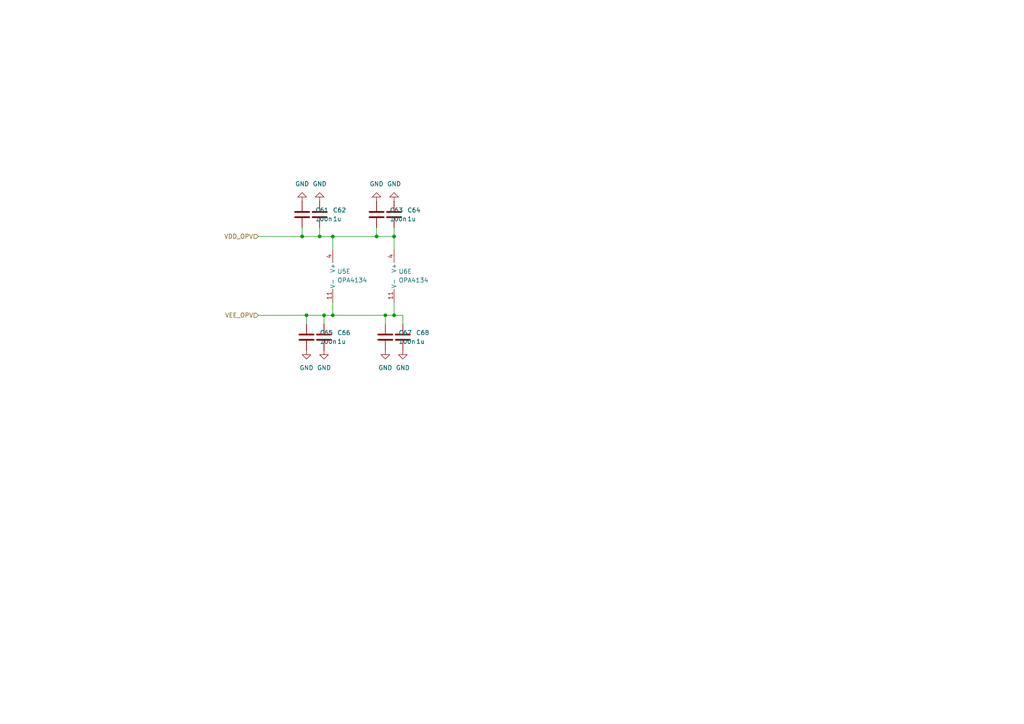
<source format=kicad_sch>
(kicad_sch
	(version 20250114)
	(generator "eeschema")
	(generator_version "9.0")
	(uuid "ea9b2b80-a489-47d1-844e-217659ac7399")
	(paper "A4")
	(lib_symbols
		(symbol "Amplifier_Operational:OPA4134"
			(pin_names
				(offset 0.127)
			)
			(exclude_from_sim no)
			(in_bom yes)
			(on_board yes)
			(property "Reference" "U"
				(at 0 5.08 0)
				(effects
					(font
						(size 1.27 1.27)
					)
					(justify left)
				)
			)
			(property "Value" "OPA4134"
				(at 0 -5.08 0)
				(effects
					(font
						(size 1.27 1.27)
					)
					(justify left)
				)
			)
			(property "Footprint" ""
				(at -1.27 2.54 0)
				(effects
					(font
						(size 1.27 1.27)
					)
					(hide yes)
				)
			)
			(property "Datasheet" "http://www.ti.com/lit/ds/symlink/opa134.pdf"
				(at 1.27 5.08 0)
				(effects
					(font
						(size 1.27 1.27)
					)
					(hide yes)
				)
			)
			(property "Description" "Quad SoundPlus High Performance Audio Operational Amplifiers, SOIC-14"
				(at 0 0 0)
				(effects
					(font
						(size 1.27 1.27)
					)
					(hide yes)
				)
			)
			(property "ki_locked" ""
				(at 0 0 0)
				(effects
					(font
						(size 1.27 1.27)
					)
				)
			)
			(property "ki_keywords" "quad opamp"
				(at 0 0 0)
				(effects
					(font
						(size 1.27 1.27)
					)
					(hide yes)
				)
			)
			(property "ki_fp_filters" "SOIC*3.9x8.7mm*P1.27mm* DIP*W7.62mm* TSSOP*4.4x5mm*P0.65mm* SSOP*5.3x6.2mm*P0.65mm* MSOP*3x3mm*P0.5mm*"
				(at 0 0 0)
				(effects
					(font
						(size 1.27 1.27)
					)
					(hide yes)
				)
			)
			(symbol "OPA4134_1_1"
				(polyline
					(pts
						(xy -5.08 5.08) (xy 5.08 0) (xy -5.08 -5.08) (xy -5.08 5.08)
					)
					(stroke
						(width 0.254)
						(type default)
					)
					(fill
						(type background)
					)
				)
				(pin input line
					(at -7.62 2.54 0)
					(length 2.54)
					(name "+"
						(effects
							(font
								(size 1.27 1.27)
							)
						)
					)
					(number "3"
						(effects
							(font
								(size 1.27 1.27)
							)
						)
					)
				)
				(pin input line
					(at -7.62 -2.54 0)
					(length 2.54)
					(name "-"
						(effects
							(font
								(size 1.27 1.27)
							)
						)
					)
					(number "2"
						(effects
							(font
								(size 1.27 1.27)
							)
						)
					)
				)
				(pin output line
					(at 7.62 0 180)
					(length 2.54)
					(name "~"
						(effects
							(font
								(size 1.27 1.27)
							)
						)
					)
					(number "1"
						(effects
							(font
								(size 1.27 1.27)
							)
						)
					)
				)
			)
			(symbol "OPA4134_2_1"
				(polyline
					(pts
						(xy -5.08 5.08) (xy 5.08 0) (xy -5.08 -5.08) (xy -5.08 5.08)
					)
					(stroke
						(width 0.254)
						(type default)
					)
					(fill
						(type background)
					)
				)
				(pin input line
					(at -7.62 2.54 0)
					(length 2.54)
					(name "+"
						(effects
							(font
								(size 1.27 1.27)
							)
						)
					)
					(number "5"
						(effects
							(font
								(size 1.27 1.27)
							)
						)
					)
				)
				(pin input line
					(at -7.62 -2.54 0)
					(length 2.54)
					(name "-"
						(effects
							(font
								(size 1.27 1.27)
							)
						)
					)
					(number "6"
						(effects
							(font
								(size 1.27 1.27)
							)
						)
					)
				)
				(pin output line
					(at 7.62 0 180)
					(length 2.54)
					(name "~"
						(effects
							(font
								(size 1.27 1.27)
							)
						)
					)
					(number "7"
						(effects
							(font
								(size 1.27 1.27)
							)
						)
					)
				)
			)
			(symbol "OPA4134_3_1"
				(polyline
					(pts
						(xy -5.08 5.08) (xy 5.08 0) (xy -5.08 -5.08) (xy -5.08 5.08)
					)
					(stroke
						(width 0.254)
						(type default)
					)
					(fill
						(type background)
					)
				)
				(pin input line
					(at -7.62 2.54 0)
					(length 2.54)
					(name "+"
						(effects
							(font
								(size 1.27 1.27)
							)
						)
					)
					(number "10"
						(effects
							(font
								(size 1.27 1.27)
							)
						)
					)
				)
				(pin input line
					(at -7.62 -2.54 0)
					(length 2.54)
					(name "-"
						(effects
							(font
								(size 1.27 1.27)
							)
						)
					)
					(number "9"
						(effects
							(font
								(size 1.27 1.27)
							)
						)
					)
				)
				(pin output line
					(at 7.62 0 180)
					(length 2.54)
					(name "~"
						(effects
							(font
								(size 1.27 1.27)
							)
						)
					)
					(number "8"
						(effects
							(font
								(size 1.27 1.27)
							)
						)
					)
				)
			)
			(symbol "OPA4134_4_1"
				(polyline
					(pts
						(xy -5.08 5.08) (xy 5.08 0) (xy -5.08 -5.08) (xy -5.08 5.08)
					)
					(stroke
						(width 0.254)
						(type default)
					)
					(fill
						(type background)
					)
				)
				(pin input line
					(at -7.62 2.54 0)
					(length 2.54)
					(name "+"
						(effects
							(font
								(size 1.27 1.27)
							)
						)
					)
					(number "12"
						(effects
							(font
								(size 1.27 1.27)
							)
						)
					)
				)
				(pin input line
					(at -7.62 -2.54 0)
					(length 2.54)
					(name "-"
						(effects
							(font
								(size 1.27 1.27)
							)
						)
					)
					(number "13"
						(effects
							(font
								(size 1.27 1.27)
							)
						)
					)
				)
				(pin output line
					(at 7.62 0 180)
					(length 2.54)
					(name "~"
						(effects
							(font
								(size 1.27 1.27)
							)
						)
					)
					(number "14"
						(effects
							(font
								(size 1.27 1.27)
							)
						)
					)
				)
			)
			(symbol "OPA4134_5_1"
				(pin power_in line
					(at -2.54 7.62 270)
					(length 3.81)
					(name "V+"
						(effects
							(font
								(size 1.27 1.27)
							)
						)
					)
					(number "4"
						(effects
							(font
								(size 1.27 1.27)
							)
						)
					)
				)
				(pin power_in line
					(at -2.54 -7.62 90)
					(length 3.81)
					(name "V-"
						(effects
							(font
								(size 1.27 1.27)
							)
						)
					)
					(number "11"
						(effects
							(font
								(size 1.27 1.27)
							)
						)
					)
				)
			)
			(embedded_fonts no)
		)
		(symbol "Device:C"
			(pin_numbers
				(hide yes)
			)
			(pin_names
				(offset 0.254)
			)
			(exclude_from_sim no)
			(in_bom yes)
			(on_board yes)
			(property "Reference" "C"
				(at 0.635 2.54 0)
				(effects
					(font
						(size 1.27 1.27)
					)
					(justify left)
				)
			)
			(property "Value" "C"
				(at 0.635 -2.54 0)
				(effects
					(font
						(size 1.27 1.27)
					)
					(justify left)
				)
			)
			(property "Footprint" ""
				(at 0.9652 -3.81 0)
				(effects
					(font
						(size 1.27 1.27)
					)
					(hide yes)
				)
			)
			(property "Datasheet" "~"
				(at 0 0 0)
				(effects
					(font
						(size 1.27 1.27)
					)
					(hide yes)
				)
			)
			(property "Description" "Unpolarized capacitor"
				(at 0 0 0)
				(effects
					(font
						(size 1.27 1.27)
					)
					(hide yes)
				)
			)
			(property "ki_keywords" "cap capacitor"
				(at 0 0 0)
				(effects
					(font
						(size 1.27 1.27)
					)
					(hide yes)
				)
			)
			(property "ki_fp_filters" "C_*"
				(at 0 0 0)
				(effects
					(font
						(size 1.27 1.27)
					)
					(hide yes)
				)
			)
			(symbol "C_0_1"
				(polyline
					(pts
						(xy -2.032 0.762) (xy 2.032 0.762)
					)
					(stroke
						(width 0.508)
						(type default)
					)
					(fill
						(type none)
					)
				)
				(polyline
					(pts
						(xy -2.032 -0.762) (xy 2.032 -0.762)
					)
					(stroke
						(width 0.508)
						(type default)
					)
					(fill
						(type none)
					)
				)
			)
			(symbol "C_1_1"
				(pin passive line
					(at 0 3.81 270)
					(length 2.794)
					(name "~"
						(effects
							(font
								(size 1.27 1.27)
							)
						)
					)
					(number "1"
						(effects
							(font
								(size 1.27 1.27)
							)
						)
					)
				)
				(pin passive line
					(at 0 -3.81 90)
					(length 2.794)
					(name "~"
						(effects
							(font
								(size 1.27 1.27)
							)
						)
					)
					(number "2"
						(effects
							(font
								(size 1.27 1.27)
							)
						)
					)
				)
			)
			(embedded_fonts no)
		)
		(symbol "power:GND"
			(power)
			(pin_numbers
				(hide yes)
			)
			(pin_names
				(offset 0)
				(hide yes)
			)
			(exclude_from_sim no)
			(in_bom yes)
			(on_board yes)
			(property "Reference" "#PWR"
				(at 0 -6.35 0)
				(effects
					(font
						(size 1.27 1.27)
					)
					(hide yes)
				)
			)
			(property "Value" "GND"
				(at 0 -3.81 0)
				(effects
					(font
						(size 1.27 1.27)
					)
				)
			)
			(property "Footprint" ""
				(at 0 0 0)
				(effects
					(font
						(size 1.27 1.27)
					)
					(hide yes)
				)
			)
			(property "Datasheet" ""
				(at 0 0 0)
				(effects
					(font
						(size 1.27 1.27)
					)
					(hide yes)
				)
			)
			(property "Description" "Power symbol creates a global label with name \"GND\" , ground"
				(at 0 0 0)
				(effects
					(font
						(size 1.27 1.27)
					)
					(hide yes)
				)
			)
			(property "ki_keywords" "global power"
				(at 0 0 0)
				(effects
					(font
						(size 1.27 1.27)
					)
					(hide yes)
				)
			)
			(symbol "GND_0_1"
				(polyline
					(pts
						(xy 0 0) (xy 0 -1.27) (xy 1.27 -1.27) (xy 0 -2.54) (xy -1.27 -1.27) (xy 0 -1.27)
					)
					(stroke
						(width 0)
						(type default)
					)
					(fill
						(type none)
					)
				)
			)
			(symbol "GND_1_1"
				(pin power_in line
					(at 0 0 270)
					(length 0)
					(name "~"
						(effects
							(font
								(size 1.27 1.27)
							)
						)
					)
					(number "1"
						(effects
							(font
								(size 1.27 1.27)
							)
						)
					)
				)
			)
			(embedded_fonts no)
		)
	)
	(junction
		(at 92.71 68.58)
		(diameter 0)
		(color 0 0 0 0)
		(uuid "2576151a-ba19-400c-83d5-0dfd95289bf5")
	)
	(junction
		(at 87.63 68.58)
		(diameter 0)
		(color 0 0 0 0)
		(uuid "35212dbc-dd6a-4b34-accd-d40317e4a196")
	)
	(junction
		(at 111.76 91.44)
		(diameter 0)
		(color 0 0 0 0)
		(uuid "3d4c8566-dfff-4540-87b0-a981606f3ee9")
	)
	(junction
		(at 114.3 91.44)
		(diameter 0)
		(color 0 0 0 0)
		(uuid "6a48aab8-35eb-4c4f-8d5c-65a2c914aa88")
	)
	(junction
		(at 96.52 91.44)
		(diameter 0)
		(color 0 0 0 0)
		(uuid "7afc3607-5f96-432d-a610-90e1f16f1cd5")
	)
	(junction
		(at 109.22 68.58)
		(diameter 0)
		(color 0 0 0 0)
		(uuid "7d32aeb7-a98a-4be0-9d08-08b295f23677")
	)
	(junction
		(at 88.9 91.44)
		(diameter 0)
		(color 0 0 0 0)
		(uuid "7f13dc6e-7f45-4218-9719-017000305433")
	)
	(junction
		(at 96.52 68.58)
		(diameter 0)
		(color 0 0 0 0)
		(uuid "8382666d-eb75-44a3-823a-04443ac2c17e")
	)
	(junction
		(at 93.98 91.44)
		(diameter 0)
		(color 0 0 0 0)
		(uuid "bccf21fa-bc6c-4183-9b1c-095f072e4f2e")
	)
	(junction
		(at 114.3 68.58)
		(diameter 0)
		(color 0 0 0 0)
		(uuid "c55a03fa-b515-44e2-8d5b-4fbce56bee0e")
	)
	(wire
		(pts
			(xy 111.76 91.44) (xy 111.76 93.98)
		)
		(stroke
			(width 0)
			(type default)
		)
		(uuid "1bb10a1c-75aa-40c3-b47f-fd21cb0720bb")
	)
	(wire
		(pts
			(xy 96.52 91.44) (xy 111.76 91.44)
		)
		(stroke
			(width 0)
			(type default)
		)
		(uuid "260a434c-17a5-4039-89e6-5f3da80d84de")
	)
	(wire
		(pts
			(xy 111.76 91.44) (xy 114.3 91.44)
		)
		(stroke
			(width 0)
			(type default)
		)
		(uuid "28c332dc-726a-4950-b188-96df71501076")
	)
	(wire
		(pts
			(xy 114.3 72.39) (xy 114.3 68.58)
		)
		(stroke
			(width 0)
			(type default)
		)
		(uuid "29aee698-1eb2-43a2-963e-c4072d1b0e02")
	)
	(wire
		(pts
			(xy 96.52 87.63) (xy 96.52 91.44)
		)
		(stroke
			(width 0)
			(type default)
		)
		(uuid "54083a4f-f5fc-4648-aeb9-427b7654c3b2")
	)
	(wire
		(pts
			(xy 93.98 91.44) (xy 93.98 93.98)
		)
		(stroke
			(width 0)
			(type default)
		)
		(uuid "606e46e1-e86b-4678-a337-f6b82f1f85b6")
	)
	(wire
		(pts
			(xy 96.52 68.58) (xy 109.22 68.58)
		)
		(stroke
			(width 0)
			(type default)
		)
		(uuid "6e27e091-d7ab-47ea-9bd2-7441e5941d67")
	)
	(wire
		(pts
			(xy 116.84 93.98) (xy 116.84 91.44)
		)
		(stroke
			(width 0)
			(type default)
		)
		(uuid "776b7d52-1a69-4e58-be11-98c18da3eb69")
	)
	(wire
		(pts
			(xy 87.63 68.58) (xy 92.71 68.58)
		)
		(stroke
			(width 0)
			(type default)
		)
		(uuid "820cc5aa-8e66-45ad-80b0-a0180de9fb6d")
	)
	(wire
		(pts
			(xy 92.71 68.58) (xy 96.52 68.58)
		)
		(stroke
			(width 0)
			(type default)
		)
		(uuid "86fe3135-cee6-466a-88d3-cf72c2334e8d")
	)
	(wire
		(pts
			(xy 92.71 66.04) (xy 92.71 68.58)
		)
		(stroke
			(width 0)
			(type default)
		)
		(uuid "8e4d8180-2f58-4aca-8dc3-7dcf948debc2")
	)
	(wire
		(pts
			(xy 96.52 68.58) (xy 96.52 72.39)
		)
		(stroke
			(width 0)
			(type default)
		)
		(uuid "b76471d8-5db1-415f-b80a-74fefdfbc432")
	)
	(wire
		(pts
			(xy 114.3 87.63) (xy 114.3 91.44)
		)
		(stroke
			(width 0)
			(type default)
		)
		(uuid "bfcb1e71-5c13-4c82-89b3-7d2997c96c4d")
	)
	(wire
		(pts
			(xy 109.22 68.58) (xy 114.3 68.58)
		)
		(stroke
			(width 0)
			(type default)
		)
		(uuid "c5f777d1-2b01-4373-8bf3-f5e1c539ad2e")
	)
	(wire
		(pts
			(xy 88.9 91.44) (xy 93.98 91.44)
		)
		(stroke
			(width 0)
			(type default)
		)
		(uuid "d47d6a17-ef32-4129-8234-be6ac9a5a6a8")
	)
	(wire
		(pts
			(xy 114.3 66.04) (xy 114.3 68.58)
		)
		(stroke
			(width 0)
			(type default)
		)
		(uuid "e02abde8-4ca9-499b-92f0-65ba4484812a")
	)
	(wire
		(pts
			(xy 93.98 91.44) (xy 96.52 91.44)
		)
		(stroke
			(width 0)
			(type default)
		)
		(uuid "e4ed45d5-79bb-49ad-b79d-6fcc77d9617d")
	)
	(wire
		(pts
			(xy 74.93 91.44) (xy 88.9 91.44)
		)
		(stroke
			(width 0)
			(type default)
		)
		(uuid "e546e18f-523d-4f7b-8145-6de49456979d")
	)
	(wire
		(pts
			(xy 74.93 68.58) (xy 87.63 68.58)
		)
		(stroke
			(width 0)
			(type default)
		)
		(uuid "e5c794cb-0020-4f03-a4da-1263dd683812")
	)
	(wire
		(pts
			(xy 114.3 91.44) (xy 116.84 91.44)
		)
		(stroke
			(width 0)
			(type default)
		)
		(uuid "ee36d272-c063-41fc-8298-dbb7be3efb7b")
	)
	(wire
		(pts
			(xy 88.9 91.44) (xy 88.9 93.98)
		)
		(stroke
			(width 0)
			(type default)
		)
		(uuid "f79cf437-9382-4d40-91fb-4eb62be6c817")
	)
	(wire
		(pts
			(xy 109.22 66.04) (xy 109.22 68.58)
		)
		(stroke
			(width 0)
			(type default)
		)
		(uuid "fa8abb37-9c89-428e-8d62-6431bf40f52f")
	)
	(wire
		(pts
			(xy 87.63 66.04) (xy 87.63 68.58)
		)
		(stroke
			(width 0)
			(type default)
		)
		(uuid "fd32dc2d-829c-4dcd-bc5f-f605256766d8")
	)
	(hierarchical_label "VEE_OPV"
		(shape input)
		(at 74.93 91.44 180)
		(effects
			(font
				(size 1.27 1.27)
			)
			(justify right)
		)
		(uuid "7c42e9d8-5858-490a-9d3f-1ff9aab95d04")
	)
	(hierarchical_label "VDD_OPV"
		(shape input)
		(at 74.93 68.58 180)
		(effects
			(font
				(size 1.27 1.27)
			)
			(justify right)
		)
		(uuid "b8c96af9-d805-4d09-a7b1-54fd927b94ca")
	)
	(symbol
		(lib_id "power:GND")
		(at 114.3 58.42 180)
		(unit 1)
		(exclude_from_sim no)
		(in_bom yes)
		(on_board yes)
		(dnp no)
		(fields_autoplaced yes)
		(uuid "03f615cd-b898-4081-8580-c774d32117ff")
		(property "Reference" "#PWR082"
			(at 114.3 52.07 0)
			(effects
				(font
					(size 1.27 1.27)
				)
				(hide yes)
			)
		)
		(property "Value" "GND"
			(at 114.3 53.34 0)
			(effects
				(font
					(size 1.27 1.27)
				)
			)
		)
		(property "Footprint" ""
			(at 114.3 58.42 0)
			(effects
				(font
					(size 1.27 1.27)
				)
				(hide yes)
			)
		)
		(property "Datasheet" ""
			(at 114.3 58.42 0)
			(effects
				(font
					(size 1.27 1.27)
				)
				(hide yes)
			)
		)
		(property "Description" "Power symbol creates a global label with name \"GND\" , ground"
			(at 114.3 58.42 0)
			(effects
				(font
					(size 1.27 1.27)
				)
				(hide yes)
			)
		)
		(pin "1"
			(uuid "cbc2a0f7-9dc8-4ae3-a32f-7c5d72ac9225")
		)
		(instances
			(project ""
				(path "/b77251ff-4eed-421f-8c84-983bb16b8e4c/25f609a9-bb2a-4da4-a54d-973605e269fb"
					(reference "#PWR082")
					(unit 1)
				)
			)
		)
	)
	(symbol
		(lib_id "Device:C")
		(at 92.71 62.23 0)
		(unit 1)
		(exclude_from_sim no)
		(in_bom yes)
		(on_board yes)
		(dnp no)
		(fields_autoplaced yes)
		(uuid "05876f3c-1bd1-4892-96a7-2aa0f68a3d1d")
		(property "Reference" "C62"
			(at 96.52 60.9599 0)
			(effects
				(font
					(size 1.27 1.27)
				)
				(justify left)
			)
		)
		(property "Value" "1u"
			(at 96.52 63.4999 0)
			(effects
				(font
					(size 1.27 1.27)
				)
				(justify left)
			)
		)
		(property "Footprint" "Capacitor_SMD:C_0603_1608Metric_Pad1.08x0.95mm_HandSolder"
			(at 93.6752 66.04 0)
			(effects
				(font
					(size 1.27 1.27)
				)
				(hide yes)
			)
		)
		(property "Datasheet" "~"
			(at 92.71 62.23 0)
			(effects
				(font
					(size 1.27 1.27)
				)
				(hide yes)
			)
		)
		(property "Description" "Unpolarized capacitor"
			(at 92.71 62.23 0)
			(effects
				(font
					(size 1.27 1.27)
				)
				(hide yes)
			)
		)
		(pin "2"
			(uuid "ccfca976-f221-4fdc-bcbb-21eb998ca5e7")
		)
		(pin "1"
			(uuid "27c4830e-2d3c-4b76-b2b4-65aae2e2019c")
		)
		(instances
			(project ""
				(path "/b77251ff-4eed-421f-8c84-983bb16b8e4c/25f609a9-bb2a-4da4-a54d-973605e269fb"
					(reference "C62")
					(unit 1)
				)
			)
		)
	)
	(symbol
		(lib_id "power:GND")
		(at 116.84 101.6 0)
		(unit 1)
		(exclude_from_sim no)
		(in_bom yes)
		(on_board yes)
		(dnp no)
		(fields_autoplaced yes)
		(uuid "1973e500-bb91-491b-b484-00acec2ef1d0")
		(property "Reference" "#PWR086"
			(at 116.84 107.95 0)
			(effects
				(font
					(size 1.27 1.27)
				)
				(hide yes)
			)
		)
		(property "Value" "GND"
			(at 116.84 106.68 0)
			(effects
				(font
					(size 1.27 1.27)
				)
			)
		)
		(property "Footprint" ""
			(at 116.84 101.6 0)
			(effects
				(font
					(size 1.27 1.27)
				)
				(hide yes)
			)
		)
		(property "Datasheet" ""
			(at 116.84 101.6 0)
			(effects
				(font
					(size 1.27 1.27)
				)
				(hide yes)
			)
		)
		(property "Description" "Power symbol creates a global label with name \"GND\" , ground"
			(at 116.84 101.6 0)
			(effects
				(font
					(size 1.27 1.27)
				)
				(hide yes)
			)
		)
		(pin "1"
			(uuid "cbc2a0f7-9dc8-4ae3-a32f-7c5d72ac9226")
		)
		(instances
			(project ""
				(path "/b77251ff-4eed-421f-8c84-983bb16b8e4c/25f609a9-bb2a-4da4-a54d-973605e269fb"
					(reference "#PWR086")
					(unit 1)
				)
			)
		)
	)
	(symbol
		(lib_id "power:GND")
		(at 88.9 101.6 0)
		(unit 1)
		(exclude_from_sim no)
		(in_bom yes)
		(on_board yes)
		(dnp no)
		(fields_autoplaced yes)
		(uuid "2101dfcd-3bb7-47e2-9543-589370d23e3f")
		(property "Reference" "#PWR083"
			(at 88.9 107.95 0)
			(effects
				(font
					(size 1.27 1.27)
				)
				(hide yes)
			)
		)
		(property "Value" "GND"
			(at 88.9 106.68 0)
			(effects
				(font
					(size 1.27 1.27)
				)
			)
		)
		(property "Footprint" ""
			(at 88.9 101.6 0)
			(effects
				(font
					(size 1.27 1.27)
				)
				(hide yes)
			)
		)
		(property "Datasheet" ""
			(at 88.9 101.6 0)
			(effects
				(font
					(size 1.27 1.27)
				)
				(hide yes)
			)
		)
		(property "Description" "Power symbol creates a global label with name \"GND\" , ground"
			(at 88.9 101.6 0)
			(effects
				(font
					(size 1.27 1.27)
				)
				(hide yes)
			)
		)
		(pin "1"
			(uuid "cbc2a0f7-9dc8-4ae3-a32f-7c5d72ac9227")
		)
		(instances
			(project ""
				(path "/b77251ff-4eed-421f-8c84-983bb16b8e4c/25f609a9-bb2a-4da4-a54d-973605e269fb"
					(reference "#PWR083")
					(unit 1)
				)
			)
		)
	)
	(symbol
		(lib_id "power:GND")
		(at 92.71 58.42 180)
		(unit 1)
		(exclude_from_sim no)
		(in_bom yes)
		(on_board yes)
		(dnp no)
		(fields_autoplaced yes)
		(uuid "418fc5aa-73e3-4551-a57d-f9980880d71b")
		(property "Reference" "#PWR080"
			(at 92.71 52.07 0)
			(effects
				(font
					(size 1.27 1.27)
				)
				(hide yes)
			)
		)
		(property "Value" "GND"
			(at 92.71 53.34 0)
			(effects
				(font
					(size 1.27 1.27)
				)
			)
		)
		(property "Footprint" ""
			(at 92.71 58.42 0)
			(effects
				(font
					(size 1.27 1.27)
				)
				(hide yes)
			)
		)
		(property "Datasheet" ""
			(at 92.71 58.42 0)
			(effects
				(font
					(size 1.27 1.27)
				)
				(hide yes)
			)
		)
		(property "Description" "Power symbol creates a global label with name \"GND\" , ground"
			(at 92.71 58.42 0)
			(effects
				(font
					(size 1.27 1.27)
				)
				(hide yes)
			)
		)
		(pin "1"
			(uuid "cbc2a0f7-9dc8-4ae3-a32f-7c5d72ac9228")
		)
		(instances
			(project ""
				(path "/b77251ff-4eed-421f-8c84-983bb16b8e4c/25f609a9-bb2a-4da4-a54d-973605e269fb"
					(reference "#PWR080")
					(unit 1)
				)
			)
		)
	)
	(symbol
		(lib_id "power:GND")
		(at 93.98 101.6 0)
		(unit 1)
		(exclude_from_sim no)
		(in_bom yes)
		(on_board yes)
		(dnp no)
		(fields_autoplaced yes)
		(uuid "4774e8c8-6ae3-47de-8b92-a0ade2097907")
		(property "Reference" "#PWR084"
			(at 93.98 107.95 0)
			(effects
				(font
					(size 1.27 1.27)
				)
				(hide yes)
			)
		)
		(property "Value" "GND"
			(at 93.98 106.68 0)
			(effects
				(font
					(size 1.27 1.27)
				)
			)
		)
		(property "Footprint" ""
			(at 93.98 101.6 0)
			(effects
				(font
					(size 1.27 1.27)
				)
				(hide yes)
			)
		)
		(property "Datasheet" ""
			(at 93.98 101.6 0)
			(effects
				(font
					(size 1.27 1.27)
				)
				(hide yes)
			)
		)
		(property "Description" "Power symbol creates a global label with name \"GND\" , ground"
			(at 93.98 101.6 0)
			(effects
				(font
					(size 1.27 1.27)
				)
				(hide yes)
			)
		)
		(pin "1"
			(uuid "cbc2a0f7-9dc8-4ae3-a32f-7c5d72ac9229")
		)
		(instances
			(project ""
				(path "/b77251ff-4eed-421f-8c84-983bb16b8e4c/25f609a9-bb2a-4da4-a54d-973605e269fb"
					(reference "#PWR084")
					(unit 1)
				)
			)
		)
	)
	(symbol
		(lib_id "Device:C")
		(at 87.63 62.23 0)
		(unit 1)
		(exclude_from_sim no)
		(in_bom yes)
		(on_board yes)
		(dnp no)
		(fields_autoplaced yes)
		(uuid "4d4776f1-c46c-4393-86d9-14c35daa51be")
		(property "Reference" "C61"
			(at 91.44 60.9599 0)
			(effects
				(font
					(size 1.27 1.27)
				)
				(justify left)
			)
		)
		(property "Value" "100n"
			(at 91.44 63.4999 0)
			(effects
				(font
					(size 1.27 1.27)
				)
				(justify left)
			)
		)
		(property "Footprint" "Capacitor_SMD:C_0402_1005Metric_Pad0.74x0.62mm_HandSolder"
			(at 88.5952 66.04 0)
			(effects
				(font
					(size 1.27 1.27)
				)
				(hide yes)
			)
		)
		(property "Datasheet" "~"
			(at 87.63 62.23 0)
			(effects
				(font
					(size 1.27 1.27)
				)
				(hide yes)
			)
		)
		(property "Description" "Unpolarized capacitor"
			(at 87.63 62.23 0)
			(effects
				(font
					(size 1.27 1.27)
				)
				(hide yes)
			)
		)
		(pin "2"
			(uuid "ccfca976-f221-4fdc-bcbb-21eb998ca5e8")
		)
		(pin "1"
			(uuid "27c4830e-2d3c-4b76-b2b4-65aae2e2019d")
		)
		(instances
			(project ""
				(path "/b77251ff-4eed-421f-8c84-983bb16b8e4c/25f609a9-bb2a-4da4-a54d-973605e269fb"
					(reference "C61")
					(unit 1)
				)
			)
		)
	)
	(symbol
		(lib_id "power:GND")
		(at 109.22 58.42 180)
		(unit 1)
		(exclude_from_sim no)
		(in_bom yes)
		(on_board yes)
		(dnp no)
		(fields_autoplaced yes)
		(uuid "4fc7dec3-9c4c-4352-9c67-2580ee395ad0")
		(property "Reference" "#PWR081"
			(at 109.22 52.07 0)
			(effects
				(font
					(size 1.27 1.27)
				)
				(hide yes)
			)
		)
		(property "Value" "GND"
			(at 109.22 53.34 0)
			(effects
				(font
					(size 1.27 1.27)
				)
			)
		)
		(property "Footprint" ""
			(at 109.22 58.42 0)
			(effects
				(font
					(size 1.27 1.27)
				)
				(hide yes)
			)
		)
		(property "Datasheet" ""
			(at 109.22 58.42 0)
			(effects
				(font
					(size 1.27 1.27)
				)
				(hide yes)
			)
		)
		(property "Description" "Power symbol creates a global label with name \"GND\" , ground"
			(at 109.22 58.42 0)
			(effects
				(font
					(size 1.27 1.27)
				)
				(hide yes)
			)
		)
		(pin "1"
			(uuid "cbc2a0f7-9dc8-4ae3-a32f-7c5d72ac922a")
		)
		(instances
			(project ""
				(path "/b77251ff-4eed-421f-8c84-983bb16b8e4c/25f609a9-bb2a-4da4-a54d-973605e269fb"
					(reference "#PWR081")
					(unit 1)
				)
			)
		)
	)
	(symbol
		(lib_id "Device:C")
		(at 109.22 62.23 0)
		(unit 1)
		(exclude_from_sim no)
		(in_bom yes)
		(on_board yes)
		(dnp no)
		(fields_autoplaced yes)
		(uuid "6e1ae0f0-2445-4043-8c54-c6e582fb4196")
		(property "Reference" "C63"
			(at 113.03 60.9599 0)
			(effects
				(font
					(size 1.27 1.27)
				)
				(justify left)
			)
		)
		(property "Value" "100n"
			(at 113.03 63.4999 0)
			(effects
				(font
					(size 1.27 1.27)
				)
				(justify left)
			)
		)
		(property "Footprint" "Capacitor_SMD:C_0402_1005Metric_Pad0.74x0.62mm_HandSolder"
			(at 110.1852 66.04 0)
			(effects
				(font
					(size 1.27 1.27)
				)
				(hide yes)
			)
		)
		(property "Datasheet" "~"
			(at 109.22 62.23 0)
			(effects
				(font
					(size 1.27 1.27)
				)
				(hide yes)
			)
		)
		(property "Description" "Unpolarized capacitor"
			(at 109.22 62.23 0)
			(effects
				(font
					(size 1.27 1.27)
				)
				(hide yes)
			)
		)
		(pin "2"
			(uuid "ccfca976-f221-4fdc-bcbb-21eb998ca5e9")
		)
		(pin "1"
			(uuid "27c4830e-2d3c-4b76-b2b4-65aae2e2019e")
		)
		(instances
			(project ""
				(path "/b77251ff-4eed-421f-8c84-983bb16b8e4c/25f609a9-bb2a-4da4-a54d-973605e269fb"
					(reference "C63")
					(unit 1)
				)
			)
		)
	)
	(symbol
		(lib_id "Device:C")
		(at 88.9 97.79 0)
		(unit 1)
		(exclude_from_sim no)
		(in_bom yes)
		(on_board yes)
		(dnp no)
		(fields_autoplaced yes)
		(uuid "6e2a07db-79b2-419b-a386-fd7334c782a0")
		(property "Reference" "C65"
			(at 92.71 96.5199 0)
			(effects
				(font
					(size 1.27 1.27)
				)
				(justify left)
			)
		)
		(property "Value" "100n"
			(at 92.71 99.0599 0)
			(effects
				(font
					(size 1.27 1.27)
				)
				(justify left)
			)
		)
		(property "Footprint" "Capacitor_SMD:C_0402_1005Metric_Pad0.74x0.62mm_HandSolder"
			(at 89.8652 101.6 0)
			(effects
				(font
					(size 1.27 1.27)
				)
				(hide yes)
			)
		)
		(property "Datasheet" "~"
			(at 88.9 97.79 0)
			(effects
				(font
					(size 1.27 1.27)
				)
				(hide yes)
			)
		)
		(property "Description" "Unpolarized capacitor"
			(at 88.9 97.79 0)
			(effects
				(font
					(size 1.27 1.27)
				)
				(hide yes)
			)
		)
		(pin "2"
			(uuid "ccfca976-f221-4fdc-bcbb-21eb998ca5ea")
		)
		(pin "1"
			(uuid "27c4830e-2d3c-4b76-b2b4-65aae2e2019f")
		)
		(instances
			(project ""
				(path "/b77251ff-4eed-421f-8c84-983bb16b8e4c/25f609a9-bb2a-4da4-a54d-973605e269fb"
					(reference "C65")
					(unit 1)
				)
			)
		)
	)
	(symbol
		(lib_id "Device:C")
		(at 116.84 97.79 0)
		(unit 1)
		(exclude_from_sim no)
		(in_bom yes)
		(on_board yes)
		(dnp no)
		(fields_autoplaced yes)
		(uuid "ac001a32-cd52-4984-b3d7-4067b22f197a")
		(property "Reference" "C68"
			(at 120.65 96.5199 0)
			(effects
				(font
					(size 1.27 1.27)
				)
				(justify left)
			)
		)
		(property "Value" "1u"
			(at 120.65 99.0599 0)
			(effects
				(font
					(size 1.27 1.27)
				)
				(justify left)
			)
		)
		(property "Footprint" "Capacitor_SMD:C_0603_1608Metric_Pad1.08x0.95mm_HandSolder"
			(at 117.8052 101.6 0)
			(effects
				(font
					(size 1.27 1.27)
				)
				(hide yes)
			)
		)
		(property "Datasheet" "~"
			(at 116.84 97.79 0)
			(effects
				(font
					(size 1.27 1.27)
				)
				(hide yes)
			)
		)
		(property "Description" "Unpolarized capacitor"
			(at 116.84 97.79 0)
			(effects
				(font
					(size 1.27 1.27)
				)
				(hide yes)
			)
		)
		(pin "2"
			(uuid "ccfca976-f221-4fdc-bcbb-21eb998ca5eb")
		)
		(pin "1"
			(uuid "27c4830e-2d3c-4b76-b2b4-65aae2e201a0")
		)
		(instances
			(project ""
				(path "/b77251ff-4eed-421f-8c84-983bb16b8e4c/25f609a9-bb2a-4da4-a54d-973605e269fb"
					(reference "C68")
					(unit 1)
				)
			)
		)
	)
	(symbol
		(lib_id "Device:C")
		(at 93.98 97.79 0)
		(unit 1)
		(exclude_from_sim no)
		(in_bom yes)
		(on_board yes)
		(dnp no)
		(fields_autoplaced yes)
		(uuid "b52a308f-b71d-4d31-9814-943bbe726cdd")
		(property "Reference" "C66"
			(at 97.79 96.5199 0)
			(effects
				(font
					(size 1.27 1.27)
				)
				(justify left)
			)
		)
		(property "Value" "1u"
			(at 97.79 99.0599 0)
			(effects
				(font
					(size 1.27 1.27)
				)
				(justify left)
			)
		)
		(property "Footprint" "Capacitor_SMD:C_0603_1608Metric_Pad1.08x0.95mm_HandSolder"
			(at 94.9452 101.6 0)
			(effects
				(font
					(size 1.27 1.27)
				)
				(hide yes)
			)
		)
		(property "Datasheet" "~"
			(at 93.98 97.79 0)
			(effects
				(font
					(size 1.27 1.27)
				)
				(hide yes)
			)
		)
		(property "Description" "Unpolarized capacitor"
			(at 93.98 97.79 0)
			(effects
				(font
					(size 1.27 1.27)
				)
				(hide yes)
			)
		)
		(pin "2"
			(uuid "ccfca976-f221-4fdc-bcbb-21eb998ca5ec")
		)
		(pin "1"
			(uuid "27c4830e-2d3c-4b76-b2b4-65aae2e201a1")
		)
		(instances
			(project ""
				(path "/b77251ff-4eed-421f-8c84-983bb16b8e4c/25f609a9-bb2a-4da4-a54d-973605e269fb"
					(reference "C66")
					(unit 1)
				)
			)
		)
	)
	(symbol
		(lib_id "Amplifier_Operational:OPA4134")
		(at 99.06 80.01 0)
		(unit 5)
		(exclude_from_sim no)
		(in_bom yes)
		(on_board yes)
		(dnp no)
		(fields_autoplaced yes)
		(uuid "c49822d5-19f2-4fad-960d-b468dd8e7a11")
		(property "Reference" "U5"
			(at 97.79 78.7399 0)
			(effects
				(font
					(size 1.27 1.27)
				)
				(justify left)
			)
		)
		(property "Value" "OPA4134"
			(at 97.79 81.2799 0)
			(effects
				(font
					(size 1.27 1.27)
				)
				(justify left)
			)
		)
		(property "Footprint" "Package_SO:SOIC-14_3.9x8.7mm_P1.27mm"
			(at 97.79 77.47 0)
			(effects
				(font
					(size 1.27 1.27)
				)
				(hide yes)
			)
		)
		(property "Datasheet" "http://www.ti.com/lit/ds/symlink/opa134.pdf"
			(at 100.33 74.93 0)
			(effects
				(font
					(size 1.27 1.27)
				)
				(hide yes)
			)
		)
		(property "Description" "Quad SoundPlus High Performance Audio Operational Amplifiers, SOIC-14"
			(at 99.06 80.01 0)
			(effects
				(font
					(size 1.27 1.27)
				)
				(hide yes)
			)
		)
		(pin "5"
			(uuid "f6424ff6-e7ef-4a54-836d-8697c25334c9")
		)
		(pin "14"
			(uuid "1616d2ae-c3f3-4108-8d3c-77473b87d97e")
		)
		(pin "4"
			(uuid "c20be2d0-f64a-4751-8f44-062fb5f140dd")
		)
		(pin "10"
			(uuid "f5102967-f799-44a4-adea-ffbd183e8af5")
		)
		(pin "3"
			(uuid "a24c58c2-80fb-4539-b378-fd05cdf09ce8")
		)
		(pin "11"
			(uuid "639f2656-1b5b-4709-8820-67bd6ad2512b")
		)
		(pin "6"
			(uuid "86ceef8a-7be2-493e-9237-c1fc45fc7a1b")
		)
		(pin "8"
			(uuid "a9e87217-66bb-4e1f-8f80-118b9b72b06b")
		)
		(pin "2"
			(uuid "0e7e3e96-ddaf-475d-9e55-7f287bcd9c42")
		)
		(pin "9"
			(uuid "27e3183c-9e3a-4d4b-bd34-b41201739e98")
		)
		(pin "7"
			(uuid "4d4b7599-17f9-44b0-b8fc-e686332e223d")
		)
		(pin "13"
			(uuid "cbe053b8-a02f-4f76-88fc-eba10de0b7e5")
		)
		(pin "1"
			(uuid "03db8a0f-4501-47d7-b29b-e8a871d7aeeb")
		)
		(pin "12"
			(uuid "4cd6156b-4fdf-4cd8-9543-6cb8c06a1453")
		)
		(instances
			(project ""
				(path "/b77251ff-4eed-421f-8c84-983bb16b8e4c/25f609a9-bb2a-4da4-a54d-973605e269fb"
					(reference "U5")
					(unit 5)
				)
			)
		)
	)
	(symbol
		(lib_id "Device:C")
		(at 114.3 62.23 0)
		(unit 1)
		(exclude_from_sim no)
		(in_bom yes)
		(on_board yes)
		(dnp no)
		(fields_autoplaced yes)
		(uuid "c7e3b6a3-8e35-44b0-8601-d508aa87096b")
		(property "Reference" "C64"
			(at 118.11 60.9599 0)
			(effects
				(font
					(size 1.27 1.27)
				)
				(justify left)
			)
		)
		(property "Value" "1u"
			(at 118.11 63.4999 0)
			(effects
				(font
					(size 1.27 1.27)
				)
				(justify left)
			)
		)
		(property "Footprint" "Capacitor_SMD:C_0603_1608Metric_Pad1.08x0.95mm_HandSolder"
			(at 115.2652 66.04 0)
			(effects
				(font
					(size 1.27 1.27)
				)
				(hide yes)
			)
		)
		(property "Datasheet" "~"
			(at 114.3 62.23 0)
			(effects
				(font
					(size 1.27 1.27)
				)
				(hide yes)
			)
		)
		(property "Description" "Unpolarized capacitor"
			(at 114.3 62.23 0)
			(effects
				(font
					(size 1.27 1.27)
				)
				(hide yes)
			)
		)
		(pin "2"
			(uuid "ccfca976-f221-4fdc-bcbb-21eb998ca5ed")
		)
		(pin "1"
			(uuid "27c4830e-2d3c-4b76-b2b4-65aae2e201a2")
		)
		(instances
			(project ""
				(path "/b77251ff-4eed-421f-8c84-983bb16b8e4c/25f609a9-bb2a-4da4-a54d-973605e269fb"
					(reference "C64")
					(unit 1)
				)
			)
		)
	)
	(symbol
		(lib_id "Device:C")
		(at 111.76 97.79 0)
		(unit 1)
		(exclude_from_sim no)
		(in_bom yes)
		(on_board yes)
		(dnp no)
		(fields_autoplaced yes)
		(uuid "cfc589d4-f954-46f9-bea6-01eec9fac199")
		(property "Reference" "C67"
			(at 115.57 96.5199 0)
			(effects
				(font
					(size 1.27 1.27)
				)
				(justify left)
			)
		)
		(property "Value" "100n"
			(at 115.57 99.0599 0)
			(effects
				(font
					(size 1.27 1.27)
				)
				(justify left)
			)
		)
		(property "Footprint" "Capacitor_SMD:C_0402_1005Metric_Pad0.74x0.62mm_HandSolder"
			(at 112.7252 101.6 0)
			(effects
				(font
					(size 1.27 1.27)
				)
				(hide yes)
			)
		)
		(property "Datasheet" "~"
			(at 111.76 97.79 0)
			(effects
				(font
					(size 1.27 1.27)
				)
				(hide yes)
			)
		)
		(property "Description" "Unpolarized capacitor"
			(at 111.76 97.79 0)
			(effects
				(font
					(size 1.27 1.27)
				)
				(hide yes)
			)
		)
		(pin "2"
			(uuid "ccfca976-f221-4fdc-bcbb-21eb998ca5ee")
		)
		(pin "1"
			(uuid "27c4830e-2d3c-4b76-b2b4-65aae2e201a3")
		)
		(instances
			(project ""
				(path "/b77251ff-4eed-421f-8c84-983bb16b8e4c/25f609a9-bb2a-4da4-a54d-973605e269fb"
					(reference "C67")
					(unit 1)
				)
			)
		)
	)
	(symbol
		(lib_id "power:GND")
		(at 111.76 101.6 0)
		(unit 1)
		(exclude_from_sim no)
		(in_bom yes)
		(on_board yes)
		(dnp no)
		(fields_autoplaced yes)
		(uuid "cfe7aa07-dbeb-4f1c-89a9-d7102690aa91")
		(property "Reference" "#PWR085"
			(at 111.76 107.95 0)
			(effects
				(font
					(size 1.27 1.27)
				)
				(hide yes)
			)
		)
		(property "Value" "GND"
			(at 111.76 106.68 0)
			(effects
				(font
					(size 1.27 1.27)
				)
			)
		)
		(property "Footprint" ""
			(at 111.76 101.6 0)
			(effects
				(font
					(size 1.27 1.27)
				)
				(hide yes)
			)
		)
		(property "Datasheet" ""
			(at 111.76 101.6 0)
			(effects
				(font
					(size 1.27 1.27)
				)
				(hide yes)
			)
		)
		(property "Description" "Power symbol creates a global label with name \"GND\" , ground"
			(at 111.76 101.6 0)
			(effects
				(font
					(size 1.27 1.27)
				)
				(hide yes)
			)
		)
		(pin "1"
			(uuid "cbc2a0f7-9dc8-4ae3-a32f-7c5d72ac922b")
		)
		(instances
			(project ""
				(path "/b77251ff-4eed-421f-8c84-983bb16b8e4c/25f609a9-bb2a-4da4-a54d-973605e269fb"
					(reference "#PWR085")
					(unit 1)
				)
			)
		)
	)
	(symbol
		(lib_id "power:GND")
		(at 87.63 58.42 180)
		(unit 1)
		(exclude_from_sim no)
		(in_bom yes)
		(on_board yes)
		(dnp no)
		(fields_autoplaced yes)
		(uuid "d376a34c-20a9-4bc2-bfdc-e93dbb114573")
		(property "Reference" "#PWR079"
			(at 87.63 52.07 0)
			(effects
				(font
					(size 1.27 1.27)
				)
				(hide yes)
			)
		)
		(property "Value" "GND"
			(at 87.63 53.34 0)
			(effects
				(font
					(size 1.27 1.27)
				)
			)
		)
		(property "Footprint" ""
			(at 87.63 58.42 0)
			(effects
				(font
					(size 1.27 1.27)
				)
				(hide yes)
			)
		)
		(property "Datasheet" ""
			(at 87.63 58.42 0)
			(effects
				(font
					(size 1.27 1.27)
				)
				(hide yes)
			)
		)
		(property "Description" "Power symbol creates a global label with name \"GND\" , ground"
			(at 87.63 58.42 0)
			(effects
				(font
					(size 1.27 1.27)
				)
				(hide yes)
			)
		)
		(pin "1"
			(uuid "cbc2a0f7-9dc8-4ae3-a32f-7c5d72ac922c")
		)
		(instances
			(project ""
				(path "/b77251ff-4eed-421f-8c84-983bb16b8e4c/25f609a9-bb2a-4da4-a54d-973605e269fb"
					(reference "#PWR079")
					(unit 1)
				)
			)
		)
	)
	(symbol
		(lib_id "Amplifier_Operational:OPA4134")
		(at 116.84 80.01 0)
		(unit 5)
		(exclude_from_sim no)
		(in_bom yes)
		(on_board yes)
		(dnp no)
		(fields_autoplaced yes)
		(uuid "d4f91100-3249-4f86-8537-a8582528f8ac")
		(property "Reference" "U6"
			(at 115.57 78.7399 0)
			(effects
				(font
					(size 1.27 1.27)
				)
				(justify left)
			)
		)
		(property "Value" "OPA4134"
			(at 115.57 81.2799 0)
			(effects
				(font
					(size 1.27 1.27)
				)
				(justify left)
			)
		)
		(property "Footprint" "Package_SO:SOIC-14_3.9x8.7mm_P1.27mm"
			(at 115.57 77.47 0)
			(effects
				(font
					(size 1.27 1.27)
				)
				(hide yes)
			)
		)
		(property "Datasheet" "http://www.ti.com/lit/ds/symlink/opa134.pdf"
			(at 118.11 74.93 0)
			(effects
				(font
					(size 1.27 1.27)
				)
				(hide yes)
			)
		)
		(property "Description" "Quad SoundPlus High Performance Audio Operational Amplifiers, SOIC-14"
			(at 116.84 80.01 0)
			(effects
				(font
					(size 1.27 1.27)
				)
				(hide yes)
			)
		)
		(pin "1"
			(uuid "3019419a-efee-4be9-b8ab-888cec6841f0")
		)
		(pin "2"
			(uuid "8066b8b1-00cb-4157-8bb4-a7b15a0872bc")
		)
		(pin "5"
			(uuid "6c4361c6-ae6e-4486-a6f4-0ee343d38d12")
		)
		(pin "7"
			(uuid "5721ab57-5156-459f-be4c-8295ddc6dca1")
		)
		(pin "12"
			(uuid "cb8bce95-8075-4fd7-94e3-7e4f58a64220")
		)
		(pin "8"
			(uuid "38f8a4bd-c371-4a8e-90e7-04f24551ec02")
		)
		(pin "3"
			(uuid "df87807d-101e-4c8f-9aef-09435df48cd3")
		)
		(pin "4"
			(uuid "b0828b89-b90a-4947-b647-27251b31bdc5")
		)
		(pin "6"
			(uuid "2ba0bb86-7dc4-4c30-bcd8-54c750bd88ee")
		)
		(pin "10"
			(uuid "268e09d9-11cd-4616-82f4-f4301625c8f4")
		)
		(pin "14"
			(uuid "9311b1cb-ce1b-4a50-a273-dc1990c701b1")
		)
		(pin "11"
			(uuid "2e0a6946-6463-4ab9-8c3f-db9c87210573")
		)
		(pin "13"
			(uuid "9c842036-71a6-47c5-8d1e-7b885172c102")
		)
		(pin "9"
			(uuid "9a1792ed-eddb-45ed-b3d4-b14710d6f0fb")
		)
		(instances
			(project ""
				(path "/b77251ff-4eed-421f-8c84-983bb16b8e4c/25f609a9-bb2a-4da4-a54d-973605e269fb"
					(reference "U6")
					(unit 5)
				)
			)
		)
	)
)

</source>
